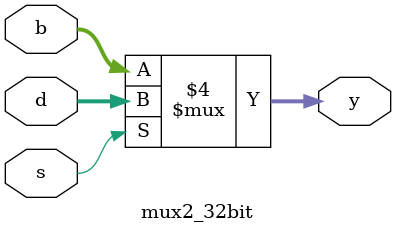
<source format=v>
module mux2_32bit(d,b,s,y);//mux2 for 32bit
	input [31:0] d;			//32bits data
	input [31:0] b;			//32bits
	input s;						//select bit
	output reg [31:0] y;	//output for 32bit

	always @ (s,d,b)
		begin
			if(s == 1)	y <= d;		//if s == 1 make output d
			else  	y <= b;			//output data	b
		end
endmodule 
</source>
